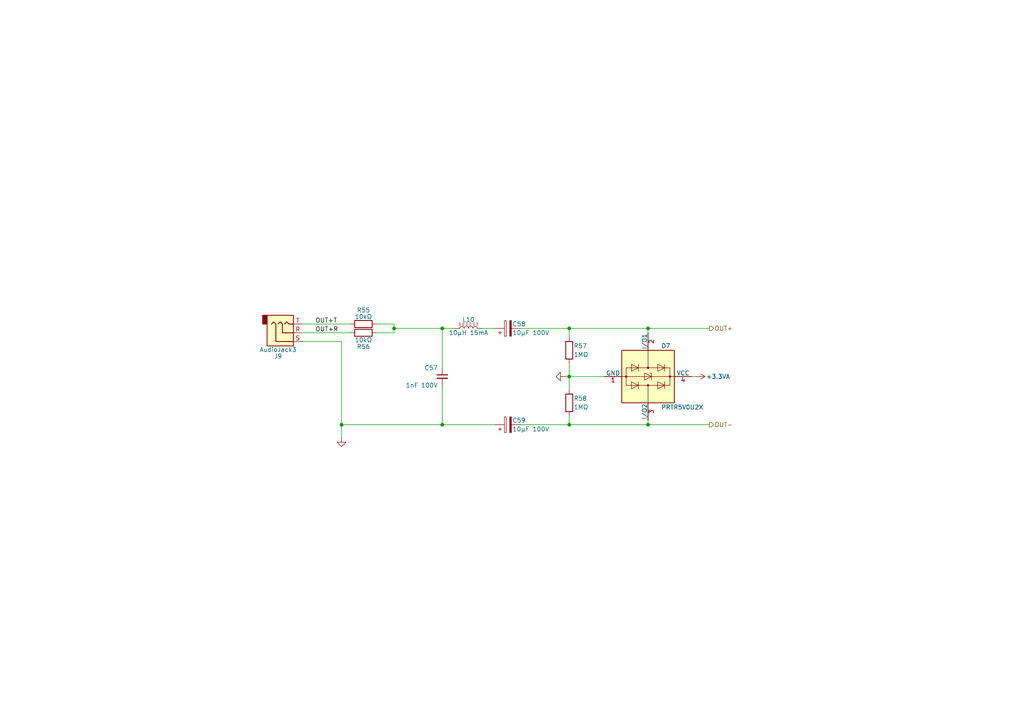
<source format=kicad_sch>
(kicad_sch (version 20250114) (generator "eeschema") (generator_version "9.0")
  (paper "A4")
  (lib_symbols
    (symbol "Connector_Audio:AudioJack3"
      (property "Reference" "J" (at 0 8.89 0))
      (property "Value" "AudioJack3" (at 0 6.35 0))
      (symbol "AudioJack3_0_1"
        (rectangle (start -5.08 -5.08) (end -6.35 -2.54) (stroke (width 0.254)) (fill (type outline)))
        (polyline (pts (xy -1.905 -2.54) (xy -1.27 -3.175) (xy -0.635 -2.54) (xy -0.635 0) (xy 2.54 0)) (stroke (width 0.254)))
        (polyline (pts (xy 0 -2.54) (xy 0.635 -3.175) (xy 1.27 -2.54) (xy 2.54 -2.54)) (stroke (width 0.254)))
        (rectangle (start 2.54 3.81) (end -5.08 -5.08) (stroke (width 0.254)) (fill (type background)))
        (polyline (pts (xy 2.54 2.54) (xy -2.54 2.54) (xy -2.54 -2.54) (xy -3.175 -3.175) (xy -3.81 -2.54)) (stroke (width 0.254)))
      )
      (symbol "AudioJack3_1_1"
        (pin passive line (at 5.08 2.54 180) (length 2.54) (name "~") (number "S"))
        (pin passive line (at 5.08 0 180) (length 2.54) (name "~") (number "R"))
        (pin passive line (at 5.08 -2.54 180) (length 2.54) (name "~") (number "T"))
      )
    )
    (symbol "Device:C_Polarized" (pin_numbers (hide yes)) (pin_names (offset 0.254))
      (property "Reference" "C" (at 0.635 2.54 0))
      (property "Value" "C_Polarized" (at 0.635 -2.54 0))
      (symbol "C_Polarized_0_1"
        (rectangle (start -2.286 0.508) (end 2.286 1.016))
        (polyline (pts (xy -1.778 2.286) (xy -0.762 2.286)))
        (polyline (pts (xy -1.27 2.794) (xy -1.27 1.778)))
        (rectangle (start 2.286 -0.508) (end -2.286 -1.016) (fill (type outline)))
      )
      (symbol "C_Polarized_1_1"
        (pin passive line (at 0 3.81 270) (length 2.794) (name "~") (number "1"))
        (pin passive line (at 0 -3.81 90) (length 2.794) (name "~") (number "2"))
      )
    )
    (symbol "Device:C_Small" (pin_numbers (hide yes)) (pin_names (offset 0.254) (hide yes))
      (property "Reference" "C" (at 0.254 1.778 0))
      (property "Value" "C_Small" (at 0.254 -2.032 0))
      (symbol "C_Small_0_1"
        (polyline (pts (xy -1.524 0.508) (xy 1.524 0.508)) (stroke (width 0.3048)))
        (polyline (pts (xy -1.524 -0.508) (xy 1.524 -0.508)) (stroke (width 0.3302)))
      )
      (symbol "C_Small_1_1"
        (pin passive line (at 0 2.54 270) (length 2.032) (name "~") (number "1"))
        (pin passive line (at 0 -2.54 90) (length 2.032) (name "~") (number "2"))
      )
    )
    (symbol "Device:L_Ferrite" (pin_numbers (hide yes)) (pin_names (offset 1.016) (hide yes))
      (property "Reference" "L" (at -1.27 0 90))
      (property "Value" "L_Ferrite" (at 2.794 0 90))
      (symbol "L_Ferrite_0_1"
        (arc (start 0 2.54) (mid 0.6323 1.905) (end 0 1.27))
        (arc (start 0 1.27) (mid 0.6323 0.635) (end 0 0))
        (arc (start 0 0) (mid 0.6323 -0.635) (end 0 -1.27))
        (arc (start 0 -1.27) (mid 0.6323 -1.905) (end 0 -2.54))
        (polyline (pts (xy 1.016 2.286) (xy 1.016 2.794)))
        (polyline (pts (xy 1.016 1.27) (xy 1.016 1.778)))
        (polyline (pts (xy 1.016 0.254) (xy 1.016 0.762)))
        (polyline (pts (xy 1.016 -0.762) (xy 1.016 -0.254)))
        (polyline (pts (xy 1.016 -1.778) (xy 1.016 -1.27)))
        (polyline (pts (xy 1.016 -2.794) (xy 1.016 -2.286)))
        (polyline (pts (xy 1.524 2.794) (xy 1.524 2.286)))
        (polyline (pts (xy 1.524 1.778) (xy 1.524 1.27)))
        (polyline (pts (xy 1.524 0.762) (xy 1.524 0.254)))
        (polyline (pts (xy 1.524 -0.254) (xy 1.524 -0.762)))
        (polyline (pts (xy 1.524 -1.27) (xy 1.524 -1.778)))
        (polyline (pts (xy 1.524 -2.286) (xy 1.524 -2.794)))
      )
      (symbol "L_Ferrite_1_1"
        (pin passive line (at 0 3.81 270) (length 1.27) (name "1") (number "1"))
        (pin passive line (at 0 -3.81 90) (length 1.27) (name "2") (number "2"))
      )
    )
    (symbol "Device:R" (pin_numbers (hide yes)) (pin_names (offset 0))
      (property "Reference" "R" (at 2.032 0 90))
      (property "Value" "R" (at 0 0 90))
      (symbol "R_0_1"
        (rectangle (start -1.016 -2.54) (end 1.016 2.54) (stroke (width 0.254)))
      )
      (symbol "R_1_1"
        (pin passive line (at 0 3.81 270) (length 1.27) (name "~") (number "1"))
        (pin passive line (at 0 -3.81 90) (length 1.27) (name "~") (number "2"))
      )
    )
    (symbol "Power_Protection:PRTR5V0U2X" (pin_names (offset 0))
      (property "Reference" "D" (at 2.794 8.636 0))
      (property "Value" "PRTR5V0U2X" (at 8.128 -9.398 0))
      (symbol "PRTR5V0U2X_0_1"
        (rectangle (start -7.62 -7.62) (end 7.62 7.62) (stroke (width 0.254)) (fill (type background)))
        (polyline (pts (xy -3.556 2.794) (xy -1.524 2.794) (xy -2.54 4.826) (xy -3.556 2.794)))
        (polyline (pts (xy -3.556 -4.826) (xy -1.524 -4.826) (xy -2.54 -2.794) (xy -3.556 -4.826)))
        (rectangle (start -2.54 6.35) (end 2.54 -6.35))
        (circle (center -2.54 0) (radius 0.254) (fill (type outline)))
        (polyline (pts (xy -2.54 0) (xy -7.62 0)))
        (polyline (pts (xy -1.524 4.826) (xy -3.556 4.826)))
        (polyline (pts (xy -1.524 -2.794) (xy -3.556 -2.794)))
        (polyline (pts (xy -1.016 -1.016) (xy 1.016 -1.016) (xy 0 1.016) (xy -1.016 -1.016)))
        (circle (center 0 6.35) (radius 0.254) (fill (type outline)))
        (circle (center 0 -6.35) (radius 0.254) (fill (type outline)))
        (polyline (pts (xy 0 -7.62) (xy 0 7.62)))
        (polyline (pts (xy 1.016 1.016) (xy -1.016 1.016) (xy -1.016 0.508)))
        (polyline (pts (xy 1.524 4.826) (xy 3.556 4.826)))
        (polyline (pts (xy 1.524 -2.794) (xy 3.556 -2.794)))
        (polyline (pts (xy 2.54 0) (xy 7.62 0)))
        (circle (center 2.54 0) (radius 0.254) (fill (type outline)))
        (polyline (pts (xy 3.556 2.794) (xy 1.524 2.794) (xy 2.54 4.826) (xy 3.556 2.794)))
        (polyline (pts (xy 3.556 -4.826) (xy 1.524 -4.826) (xy 2.54 -2.794) (xy 3.556 -4.826)))
      )
      (symbol "PRTR5V0U2X_1_1"
        (pin passive line (at -12.7 0 0) (length 5.08) (name "I/O1") (number "2"))
        (pin passive line (at 0 12.7 270) (length 5.08) (name "VCC") (number "4"))
        (pin passive line (at 0 -12.7 90) (length 5.08) (name "GND") (number "1"))
        (pin passive line (at 12.7 0 180) (length 5.08) (name "I/O2") (number "3"))
      )
    )
    (symbol "power:+3.3VA" (power) (pin_numbers (hide yes)) (pin_names (offset 0) (hide yes))
      (property "Value" "+3.3VA" (at 0 3.556 0))
      (symbol "+3.3VA_0_1"
        (polyline (pts (xy -0.762 1.27) (xy 0 2.54)))
        (polyline (pts (xy 0 2.54) (xy 0.762 1.27)))
        (polyline (pts (xy 0 0) (xy 0 2.54)))
      )
      (symbol "+3.3VA_1_1"
        (pin power_in line (at 0 0 90) (length 0) (name "~") (number "1"))
      )
    )
    (symbol "power:GND" (power) (pin_numbers (hide yes)) (pin_names (offset 0) (hide yes))
      (property "Value" "GND" (at 0 -3.81 0))
      (symbol "GND_0_1"
        (polyline (pts (xy 0 0) (xy 0 -1.27) (xy 1.27 -1.27) (xy 0 -2.54) (xy -1.27 -1.27) (xy 0 -1.27)))
      )
      (symbol "GND_1_1"
        (pin power_in line (at 0 0 270) (length 0) (name "~") (number "1"))
      )
    )
  )
  (junction (at 128.27 123.19))
  (junction (at 99.06 123.19))
  (junction (at 128.27 95.25))
  (junction (at 165.1 123.19))
  (junction (at 187.96 95.25))
  (junction (at 187.96 123.19))
  (junction (at 165.1 109.22))
  (junction (at 114.3 95.25))
  (junction (at 165.1 95.25))
  (wire (pts (xy 99.06 99.06) (xy 99.06 123.19)))
  (wire (pts (xy 99.06 123.19) (xy 99.06 127)))
  (wire (pts (xy 151.13 123.19) (xy 165.1 123.19)))
  (wire (pts (xy 87.63 96.52) (xy 101.6 96.52)))
  (wire (pts (xy 151.13 95.25) (xy 165.1 95.25)))
  (wire (pts (xy 165.1 105.41) (xy 165.1 109.22)))
  (wire (pts (xy 128.27 95.25) (xy 128.27 106.68)))
  (wire (pts (xy 114.3 95.25) (xy 128.27 95.25)))
  (wire (pts (xy 165.1 123.19) (xy 187.96 123.19)))
  (wire (pts (xy 109.22 96.52) (xy 114.3 96.52)))
  (wire (pts (xy 139.7 95.25) (xy 143.51 95.25)))
  (wire (pts (xy 128.27 123.19) (xy 143.51 123.19)))
  (wire (pts (xy 114.3 95.25) (xy 114.3 93.98)))
  (wire (pts (xy 187.96 95.25) (xy 205.74 95.25)))
  (wire (pts (xy 187.96 95.25) (xy 187.96 96.52)))
  (wire (pts (xy 165.1 109.22) (xy 165.1 113.03)))
  (wire (pts (xy 165.1 120.65) (xy 165.1 123.19)))
  (wire (pts (xy 87.63 99.06) (xy 99.06 99.06)))
  (wire (pts (xy 128.27 111.76) (xy 128.27 123.19)))
  (wire (pts (xy 128.27 95.25) (xy 132.08 95.25)))
  (wire (pts (xy 165.1 95.25) (xy 165.1 97.79)))
  (wire (pts (xy 99.06 123.19) (xy 128.27 123.19)))
  (wire (pts (xy 109.22 93.98) (xy 114.3 93.98)))
  (wire (pts (xy 187.96 123.19) (xy 205.74 123.19)))
  (wire (pts (xy 165.1 109.22) (xy 175.26 109.22)))
  (wire (pts (xy 114.3 96.52) (xy 114.3 95.25)))
  (wire (pts (xy 187.96 121.92) (xy 187.96 123.19)))
  (wire (pts (xy 165.1 95.25) (xy 187.96 95.25)))
  (wire (pts (xy 200.66 109.22) (xy 201.93 109.22)))
  (wire (pts (xy 163.83 109.22) (xy 165.1 109.22)))
  (wire (pts (xy 87.63 93.98) (xy 101.6 93.98)))
  (label "OUT+R" (at 91.44 96.52 0))
  (label "OUT+T" (at 91.44 93.98 0))
  (hierarchical_label "OUT+" (shape output) (at 205.74 95.25 0))
  (hierarchical_label "OUT-" (shape output) (at 205.74 123.19 0))
  (symbol (lib_id "Device:C_Polarized") (at 147.32 123.19 90) (unit 1)
    (property "Reference" "C59" (at 148.59 121.92 90) (effects (justify right)))
    (property "Value" "10μF 100V" (at 148.59 124.46 90) (effects (justify right)))
    (property "Footprint" "Capacitor_THT:CP_Radial_D5.0mm_P2.00mm" (effects (hide yes)))
    (property "Description" "Polarized capacitor" (effects (hide yes)))
    (property "MPN" "C 10μF LowESR 100V P2" (effects (hide yes)))
  )
  (symbol (lib_id "Power_Protection:PRTR5V0U2X") (at 187.96 109.22 270) (unit 1)
    (property "Reference" "D7" (at 191.77 100.33 90) (effects (justify left)))
    (property "Value" "PRTR5V0U2X" (at 191.77 118.11 90) (effects (justify left)))
    (property "Footprint" "Package_TO_SOT_SMD:SOT-143" (effects (hide yes)))
    (property "Datasheet" "https://assets.nexperia.com/documents/data-sheet/PRTR5V0U2X.pdf" (effects (hide yes)))
    (property "Description" "Ultra low capacitance double rail-to-rail ESD protection diode, SOT-143" (effects (hide yes)))
    (property "MPN" "PRTR5V0U2X,215" (effects (hide yes)))
  )
  (symbol (lib_id "Device:R") (at 165.1 116.84 0) (unit 1)
    (property "Reference" "R58" (at 166.37 115.57 0) (effects (justify left)))
    (property "Value" "1MΩ" (at 166.37 118.11 0) (effects (justify left)))
    (property "Footprint" "Resistor_SMD:R_0805_2012Metric" (effects (hide yes)))
    (property "Description" "Resistor" (effects (hide yes)))
    (property "MPN" "R 1MΩ 125mW 1% 0805" (effects (hide yes)))
  )
  (symbol (lib_id "Device:R") (at 165.1 101.6 0) (unit 1)
    (property "Reference" "R57" (at 166.37 100.33 0) (effects (justify left)))
    (property "Value" "1MΩ" (at 166.37 102.87 0) (effects (justify left)))
    (property "Footprint" "Resistor_SMD:R_0805_2012Metric" (effects (hide yes)))
    (property "Description" "Resistor" (effects (hide yes)))
    (property "MPN" "R 1MΩ 125mW 1% 0805" (effects (hide yes)))
  )
  (symbol (lib_id "Device:C_Small") (at 128.27 109.22 0) (unit 1)
    (property "Reference" "C57" (at 127 106.68 0) (effects (justify right)))
    (property "Value" "1nF 100V" (at 127 111.76 0) (effects (justify right)))
    (property "Footprint" "Capacitor_SMD:C_0805_2012Metric" (effects (hide yes)))
    (property "Description" "Unpolarized capacitor, small symbol" (effects (hide yes)))
    (property "MPN" "C 1nF LowESR 100V 0805" (effects (hide yes)))
  )
  (symbol (lib_id "Device:L_Ferrite") (at 135.89 95.25 90) (unit 1)
    (property "Reference" "L10" (at 135.89 92.71 90))
    (property "Value" "10μH 15mA" (at 135.89 96.52 90))
    (property "Footprint" "Inductor_SMD:L_0805_2012Metric" (effects (hide yes)))
    (property "Description" "Inductor with ferrite core" (effects (hide yes)))
    (property "MPN" "LQM21FN100N00L" (effects (hide yes)))
  )
  (symbol (lib_id "power:GND") (at 163.83 109.22 270) (unit 1)
    (property "Reference" "#PWR0118" (effects (hide yes)))
    (property "Value" "GND" (effects (hide yes)))
  )
  (symbol (lib_id "power:GND") (at 99.06 127 0) (unit 1)
    (property "Reference" "#PWR0117" (effects (hide yes)))
    (property "Value" "GND" (effects (hide yes)))
  )
  (symbol (lib_id "Device:R") (at 105.41 93.98 90) (unit 1)
    (property "Reference" "R55" (at 105.41 89.9541 90))
    (property "Value" "10kΩ" (at 105.41 91.8751 90))
    (property "Footprint" "Resistor_SMD:R_0805_2012Metric" (effects (hide yes)))
    (property "MPN" "R 10kΩ 125mW 1% 0805" (effects (hide yes)))
  )
  (symbol (lib_id "Device:C_Polarized") (at 147.32 95.25 90) (unit 1)
    (property "Reference" "C58" (at 148.59 93.98 90) (effects (justify right)))
    (property "Value" "10μF 100V" (at 148.59 96.52 90) (effects (justify right)))
    (property "Footprint" "Capacitor_THT:CP_Radial_D5.0mm_P2.00mm" (effects (hide yes)))
    (property "Description" "Polarized capacitor" (effects (hide yes)))
    (property "MPN" "C 10μF LowESR 100V P2" (effects (hide yes)))
  )
  (symbol (lib_id "Connector_Audio:AudioJack3") (at 82.55 96.52 0) (mirror x) (unit 1)
    (property "Reference" "J9" (at 80.645 103.3399 0))
    (property "Value" "AudioJack3" (at 80.645 101.4189 0))
    (property "Footprint" "conn:Jack_3.5mm_CUI_SJ1-3533NG_Horizontal_CircularHoles" (effects (hide yes)))
    (property "Datasheet" "https://nl.mouser.com/datasheet/2/670/sj1_353xng-1778850.pdf" (effects (hide yes)))
    (property "MPN" "490-SJ1-3533NG" (effects (hide yes)))
    (property "Purpose" "Stereo Line-in" (effects (hide yes)))
  )
  (symbol (lib_id "power:+3.3VA") (at 201.93 109.22 270) (unit 1)
    (property "Reference" "#PWR0119" (effects (hide yes)))
    (property "Value" "+3.3VA" (at 208.28 109.22 90))
    (property "Description" "Power symbol creates a global label with name \"+3.3VA\"" (effects (hide yes)))
  )
  (symbol (lib_id "Device:R") (at 105.41 96.52 90) (mirror x) (unit 1)
    (property "Reference" "R56" (at 105.41 100.5459 90))
    (property "Value" "10kΩ" (at 105.41 98.6249 90))
    (property "Footprint" "Resistor_SMD:R_0805_2012Metric" (effects (hide yes)))
    (property "MPN" "R 10kΩ 125mW 1% 0805" (effects (hide yes)))
  )
)
</source>
